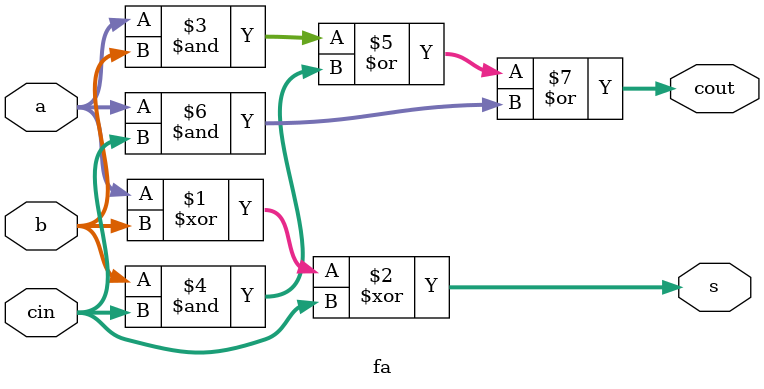
<source format=sv>
module fa
(a,b,cin,s,cout);
input logic [7:0] a,b,cin;
output logic [7:0] s,cout;
assign s = a^b^cin;
assign  cout = (a&b)|(b&cin)|(a&cin);
endmodule


</source>
